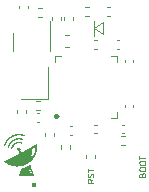
<source format=gbr>
%TF.GenerationSoftware,KiCad,Pcbnew,8.0.4-8.0.4-0~ubuntu24.04.1*%
%TF.CreationDate,2024-08-16T16:11:10+02:00*%
%TF.ProjectId,epi_ESP32 (2023_01_16 13_30_41 UTC),6570695f-4553-4503-9332-202832303233,1_1*%
%TF.SameCoordinates,Original*%
%TF.FileFunction,Legend,Top*%
%TF.FilePolarity,Positive*%
%FSLAX46Y46*%
G04 Gerber Fmt 4.6, Leading zero omitted, Abs format (unit mm)*
G04 Created by KiCad (PCBNEW 8.0.4-8.0.4-0~ubuntu24.04.1) date 2024-08-16 16:11:10*
%MOMM*%
%LPD*%
G01*
G04 APERTURE LIST*
%ADD10C,0.000000*%
%ADD11C,0.125000*%
%ADD12C,0.120000*%
%ADD13C,0.250000*%
G04 APERTURE END LIST*
D10*
G36*
X100840085Y-70815725D02*
G01*
X100870000Y-70877531D01*
X100677525Y-70875838D01*
X99973098Y-70871887D01*
X99611995Y-70869982D01*
X99502087Y-70868791D01*
X99461711Y-70867654D01*
X99461848Y-70867166D01*
X99462249Y-70866145D01*
X99463793Y-70862622D01*
X99466236Y-70857320D01*
X99469472Y-70850473D01*
X99473397Y-70842317D01*
X99477904Y-70833086D01*
X99482887Y-70823014D01*
X99488240Y-70812338D01*
X99521689Y-70743630D01*
X99555599Y-70670345D01*
X99589369Y-70593938D01*
X99622402Y-70515863D01*
X99654098Y-70437578D01*
X99683860Y-70360535D01*
X99711088Y-70286192D01*
X99735185Y-70216002D01*
X99744216Y-70188909D01*
X99784291Y-70181007D01*
X99839126Y-70169531D01*
X99892770Y-70156462D01*
X99945303Y-70141766D01*
X99996805Y-70125409D01*
X100043460Y-70108749D01*
X100341784Y-70108749D01*
X100342175Y-70112025D01*
X100343097Y-70116761D01*
X100344511Y-70122829D01*
X100348660Y-70138442D01*
X100354310Y-70157829D01*
X100361150Y-70179954D01*
X100368871Y-70203783D01*
X100377160Y-70228280D01*
X100385707Y-70252409D01*
X100410084Y-70316154D01*
X100436260Y-70378567D01*
X100463971Y-70439134D01*
X100492951Y-70497343D01*
X100522937Y-70552681D01*
X100553664Y-70604636D01*
X100584868Y-70652694D01*
X100600565Y-70675103D01*
X100616282Y-70696344D01*
X100632019Y-70716375D01*
X100648090Y-70735776D01*
X100663823Y-70753842D01*
X100678548Y-70769863D01*
X100691592Y-70783133D01*
X100697275Y-70788515D01*
X100702285Y-70792944D01*
X100706540Y-70796331D01*
X100709955Y-70798587D01*
X100712447Y-70799625D01*
X100713320Y-70799659D01*
X100713931Y-70799355D01*
X100713843Y-70798462D01*
X100713176Y-70796146D01*
X100710214Y-70787546D01*
X100705274Y-70774144D01*
X100698586Y-70756528D01*
X100680872Y-70711011D01*
X100658898Y-70655704D01*
X100613354Y-70540734D01*
X100583262Y-70463229D01*
X100558092Y-70392065D01*
X100527524Y-70300951D01*
X100497379Y-70207721D01*
X100473478Y-70130207D01*
X100457471Y-70075513D01*
X100452553Y-70059141D01*
X100449136Y-70048468D01*
X100446805Y-70042279D01*
X100445915Y-70040488D01*
X100445141Y-70039362D01*
X100444430Y-70038750D01*
X100443729Y-70038501D01*
X100442151Y-70038484D01*
X100441879Y-70038527D01*
X100441488Y-70038654D01*
X100440361Y-70039150D01*
X100438798Y-70039956D01*
X100436824Y-70041055D01*
X100431753Y-70044065D01*
X100425359Y-70048045D01*
X100417854Y-70052857D01*
X100409449Y-70058368D01*
X100400356Y-70064441D01*
X100390787Y-70070940D01*
X100372482Y-70083808D01*
X100357167Y-70094929D01*
X100351135Y-70099454D01*
X100346456Y-70103087D01*
X100343331Y-70105674D01*
X100342415Y-70106529D01*
X100341962Y-70107064D01*
X100341800Y-70107700D01*
X100341784Y-70108749D01*
X100043460Y-70108749D01*
X100047353Y-70107359D01*
X100097029Y-70087582D01*
X100145911Y-70066046D01*
X100194078Y-70042718D01*
X100228970Y-70024648D01*
X100262133Y-70006479D01*
X100293927Y-69987979D01*
X100324712Y-69968917D01*
X100354848Y-69949061D01*
X100384697Y-69928180D01*
X100414619Y-69906042D01*
X100444974Y-69882416D01*
X100459839Y-69870672D01*
X100472243Y-69861072D01*
X100480891Y-69854595D01*
X100483400Y-69852832D01*
X100484485Y-69852218D01*
X100484565Y-69852220D01*
X100484646Y-69852228D01*
X100484730Y-69852240D01*
X100484814Y-69852256D01*
X100484899Y-69852278D01*
X100484985Y-69852303D01*
X100485159Y-69852368D01*
X100485335Y-69852449D01*
X100485512Y-69852545D01*
X100485687Y-69852657D01*
X100485860Y-69852782D01*
X100486031Y-69852921D01*
X100486196Y-69853072D01*
X100486356Y-69853235D01*
X100486509Y-69853408D01*
X100486653Y-69853592D01*
X100486788Y-69853784D01*
X100486912Y-69853985D01*
X100487025Y-69854193D01*
X100491112Y-69866276D01*
X100501100Y-69897303D01*
X100515481Y-69942617D01*
X100532745Y-69997562D01*
X100576603Y-70135717D01*
X100617120Y-70258830D01*
X100655191Y-70369295D01*
X100691706Y-70469508D01*
X100727561Y-70561864D01*
X100763647Y-70648755D01*
X100800857Y-70732577D01*
X100832362Y-70799355D01*
X100840085Y-70815725D01*
G37*
G36*
X101063983Y-68469909D02*
G01*
X101060218Y-68514485D01*
X101055504Y-68561139D01*
X101049417Y-68607729D01*
X101041971Y-68654206D01*
X101033182Y-68700526D01*
X101023065Y-68746643D01*
X101011636Y-68792510D01*
X100998909Y-68838082D01*
X100984900Y-68883314D01*
X100969624Y-68928158D01*
X100953098Y-68972569D01*
X100935335Y-69016502D01*
X100916351Y-69059910D01*
X100896162Y-69102747D01*
X100874782Y-69144968D01*
X100852228Y-69186527D01*
X100828514Y-69227378D01*
X100800201Y-69272910D01*
X100771192Y-69316578D01*
X100741236Y-69358684D01*
X100710086Y-69399533D01*
X100677494Y-69439430D01*
X100643213Y-69478679D01*
X100606993Y-69517584D01*
X100568587Y-69556449D01*
X100543914Y-69580286D01*
X100519183Y-69603347D01*
X100494349Y-69625663D01*
X100469368Y-69647263D01*
X100444195Y-69668178D01*
X100418786Y-69688440D01*
X100393096Y-69708078D01*
X100367080Y-69727123D01*
X100340694Y-69745606D01*
X100313892Y-69763557D01*
X100286631Y-69781007D01*
X100258866Y-69797987D01*
X100230551Y-69814527D01*
X100201643Y-69830658D01*
X100172096Y-69846410D01*
X100141867Y-69861813D01*
X100080598Y-69890936D01*
X100019061Y-69917367D01*
X99957146Y-69941139D01*
X99926014Y-69952038D01*
X99894746Y-69962284D01*
X99863329Y-69971883D01*
X99831750Y-69980837D01*
X99799995Y-69989152D01*
X99768050Y-69996830D01*
X99735902Y-70003877D01*
X99703537Y-70010296D01*
X99638100Y-70021269D01*
X99586605Y-70027881D01*
X99533268Y-70032889D01*
X99478680Y-70036276D01*
X99423435Y-70038026D01*
X99368123Y-70038122D01*
X99313337Y-70036549D01*
X99259669Y-70033288D01*
X99207711Y-70028324D01*
X99144932Y-70019982D01*
X99082585Y-70009265D01*
X99020747Y-69996206D01*
X98959492Y-69980836D01*
X98898898Y-69963190D01*
X98839039Y-69943299D01*
X98779991Y-69921196D01*
X98721830Y-69896915D01*
X98664632Y-69870487D01*
X98608471Y-69841945D01*
X98553425Y-69811322D01*
X98499567Y-69778650D01*
X98446975Y-69743963D01*
X98395723Y-69707293D01*
X98345888Y-69668672D01*
X98297545Y-69628133D01*
X98293009Y-69624155D01*
X98288778Y-69620328D01*
X98284944Y-69616753D01*
X98281599Y-69613528D01*
X98278836Y-69610753D01*
X98276748Y-69608528D01*
X98275428Y-69606950D01*
X98275084Y-69606435D01*
X98274967Y-69606120D01*
X98275875Y-69605380D01*
X98278538Y-69603724D01*
X98288774Y-69597852D01*
X98326367Y-69577227D01*
X98382004Y-69547343D01*
X98449945Y-69511293D01*
X98513924Y-69477427D01*
X100424089Y-69477427D01*
X100424124Y-69478037D01*
X100424229Y-69478544D01*
X100424309Y-69478758D01*
X100424409Y-69478944D01*
X100424527Y-69479104D01*
X100424666Y-69479236D01*
X100424824Y-69479339D01*
X100425003Y-69479415D01*
X100425203Y-69479462D01*
X100425425Y-69479479D01*
X100425668Y-69479467D01*
X100425933Y-69479426D01*
X100426532Y-69479252D01*
X100427224Y-69478955D01*
X100428013Y-69478532D01*
X100428902Y-69477981D01*
X100429893Y-69477298D01*
X100430991Y-69476480D01*
X100432199Y-69475525D01*
X100433519Y-69474431D01*
X100434955Y-69473193D01*
X100436510Y-69471810D01*
X100438187Y-69470279D01*
X100439990Y-69468597D01*
X100441921Y-69466761D01*
X100446182Y-69462615D01*
X100450997Y-69457821D01*
X100456391Y-69452355D01*
X100462389Y-69446196D01*
X100469017Y-69439321D01*
X100476300Y-69431707D01*
X100520125Y-69384102D01*
X100561639Y-69335903D01*
X100600842Y-69287111D01*
X100637731Y-69237727D01*
X100672305Y-69187754D01*
X100704563Y-69137191D01*
X100734502Y-69086040D01*
X100762121Y-69034302D01*
X100787418Y-68981980D01*
X100810392Y-68929073D01*
X100831041Y-68875583D01*
X100849363Y-68821511D01*
X100865357Y-68766859D01*
X100879020Y-68711628D01*
X100890352Y-68655819D01*
X100899351Y-68599433D01*
X100903467Y-68567311D01*
X100906879Y-68535126D01*
X100909516Y-68504218D01*
X100911310Y-68475926D01*
X100912192Y-68451589D01*
X100912091Y-68432547D01*
X100911651Y-68425431D01*
X100910938Y-68420140D01*
X100909946Y-68416843D01*
X100909342Y-68415994D01*
X100908665Y-68415707D01*
X100907699Y-68416045D01*
X100905584Y-68417037D01*
X100898152Y-68420848D01*
X100872187Y-68434827D01*
X100834687Y-68455473D01*
X100789567Y-68480618D01*
X100744328Y-68506177D01*
X100706840Y-68527608D01*
X100680942Y-68542689D01*
X100670469Y-68549198D01*
X100670283Y-68549476D01*
X100670096Y-68549887D01*
X100669716Y-68551102D01*
X100669332Y-68552832D01*
X100668943Y-68555067D01*
X100668552Y-68557796D01*
X100668157Y-68561010D01*
X100667365Y-68568847D01*
X100666572Y-68578498D01*
X100665786Y-68589877D01*
X100665013Y-68602904D01*
X100664260Y-68617496D01*
X100659023Y-68696148D01*
X100651199Y-68771315D01*
X100646244Y-68807925D01*
X100640557Y-68844062D01*
X100634107Y-68879860D01*
X100626866Y-68915452D01*
X100618804Y-68950971D01*
X100609894Y-68986551D01*
X100600105Y-69022324D01*
X100589410Y-69058424D01*
X100565181Y-69132135D01*
X100536978Y-69208751D01*
X100520106Y-69250710D01*
X100495774Y-69309258D01*
X100468477Y-69373573D01*
X100442716Y-69432836D01*
X100435519Y-69449368D01*
X100429592Y-69463280D01*
X100425571Y-69473118D01*
X100424473Y-69476055D01*
X100424089Y-69477427D01*
X98513924Y-69477427D01*
X99373058Y-69022661D01*
X99600000Y-68900000D01*
X99599821Y-68899341D01*
X99599296Y-68898024D01*
X99597275Y-68893557D01*
X99594077Y-68886888D01*
X99589840Y-68878304D01*
X99584704Y-68868093D01*
X99578807Y-68856542D01*
X99572288Y-68843940D01*
X99565287Y-68830573D01*
X99545624Y-68793386D01*
X99539088Y-68781564D01*
X99534137Y-68773318D01*
X99532111Y-68770315D01*
X99530309Y-68767942D01*
X99528674Y-68766110D01*
X99527147Y-68764732D01*
X99525672Y-68763719D01*
X99524190Y-68762984D01*
X99520978Y-68761993D01*
X99512499Y-68759897D01*
X99504502Y-68757722D01*
X99496952Y-68755450D01*
X99489814Y-68753064D01*
X99483056Y-68750543D01*
X99476642Y-68747870D01*
X99470538Y-68745025D01*
X99464710Y-68741991D01*
X99459123Y-68738748D01*
X99453743Y-68735279D01*
X99448537Y-68731564D01*
X99443468Y-68727584D01*
X99438504Y-68723322D01*
X99433610Y-68718759D01*
X99428751Y-68713875D01*
X99423894Y-68708653D01*
X99418638Y-68702564D01*
X99413720Y-68696266D01*
X99409140Y-68689775D01*
X99404897Y-68683107D01*
X99400992Y-68676278D01*
X99397424Y-68669304D01*
X99394194Y-68662202D01*
X99391301Y-68654987D01*
X99388747Y-68647675D01*
X99386530Y-68640283D01*
X99384651Y-68632825D01*
X99383110Y-68625320D01*
X99381907Y-68617781D01*
X99381041Y-68610226D01*
X99380514Y-68602670D01*
X99380325Y-68595129D01*
X99380475Y-68587620D01*
X99380962Y-68580159D01*
X99381788Y-68572761D01*
X99382952Y-68565442D01*
X99384454Y-68558219D01*
X99386295Y-68551107D01*
X99388475Y-68544123D01*
X99390993Y-68537283D01*
X99393849Y-68530602D01*
X99397044Y-68524096D01*
X99400578Y-68517783D01*
X99404451Y-68511677D01*
X99408662Y-68505794D01*
X99413212Y-68500151D01*
X99418101Y-68494764D01*
X99423329Y-68489649D01*
X99428176Y-68485356D01*
X99433090Y-68481363D01*
X99438080Y-68477668D01*
X99443155Y-68474268D01*
X99448323Y-68471158D01*
X99453591Y-68468337D01*
X99458968Y-68465799D01*
X99464463Y-68463543D01*
X99470083Y-68461565D01*
X99475838Y-68459861D01*
X99481734Y-68458429D01*
X99487782Y-68457264D01*
X99493987Y-68456364D01*
X99500360Y-68455725D01*
X99506908Y-68455344D01*
X99513640Y-68455218D01*
X99519978Y-68455398D01*
X99526287Y-68455881D01*
X99532559Y-68456660D01*
X99538786Y-68457730D01*
X99544961Y-68459083D01*
X99551076Y-68460714D01*
X99557123Y-68462616D01*
X99563095Y-68464782D01*
X99568984Y-68467207D01*
X99574782Y-68469885D01*
X99586075Y-68475969D01*
X99596912Y-68482986D01*
X99607232Y-68490884D01*
X99616973Y-68499611D01*
X99626074Y-68509118D01*
X99634473Y-68519354D01*
X99642109Y-68530267D01*
X99648919Y-68541807D01*
X99651995Y-68547796D01*
X99654842Y-68553922D01*
X99657452Y-68560180D01*
X99659817Y-68566563D01*
X99661930Y-68573064D01*
X99663782Y-68579678D01*
X99665281Y-68586193D01*
X99666499Y-68592905D01*
X99667439Y-68599774D01*
X99668104Y-68606758D01*
X99668498Y-68613816D01*
X99668624Y-68620908D01*
X99668486Y-68627993D01*
X99668086Y-68635029D01*
X99667429Y-68641975D01*
X99666516Y-68648792D01*
X99665353Y-68655437D01*
X99663941Y-68661871D01*
X99662285Y-68668051D01*
X99660387Y-68673937D01*
X99658251Y-68679489D01*
X99655880Y-68684664D01*
X99655312Y-68685794D01*
X99654772Y-68686955D01*
X99654262Y-68688138D01*
X99653786Y-68689334D01*
X99653344Y-68690536D01*
X99652938Y-68691734D01*
X99652572Y-68692919D01*
X99652247Y-68694084D01*
X99651964Y-68695218D01*
X99651727Y-68696314D01*
X99651537Y-68697363D01*
X99651395Y-68698357D01*
X99651306Y-68699285D01*
X99651269Y-68700141D01*
X99651288Y-68700915D01*
X99651365Y-68701598D01*
X99652356Y-68704784D01*
X99654676Y-68710299D01*
X99662561Y-68726918D01*
X99673535Y-68748657D01*
X99686113Y-68772718D01*
X99698810Y-68796302D01*
X99710142Y-68816612D01*
X99718622Y-68830850D01*
X99721329Y-68834818D01*
X99722767Y-68836218D01*
X99758565Y-68818054D01*
X99853365Y-68768590D01*
X100162187Y-68605924D01*
X101045825Y-68138564D01*
X101046440Y-68138270D01*
X101047017Y-68138023D01*
X101047557Y-68137822D01*
X101048060Y-68137669D01*
X101048529Y-68137564D01*
X101048751Y-68137530D01*
X101048965Y-68137508D01*
X101049171Y-68137498D01*
X101049368Y-68137500D01*
X101049558Y-68137515D01*
X101049740Y-68137541D01*
X101049915Y-68137581D01*
X101050083Y-68137632D01*
X101050243Y-68137697D01*
X101050397Y-68137773D01*
X101050544Y-68137863D01*
X101050684Y-68137965D01*
X101050817Y-68138080D01*
X101050944Y-68138207D01*
X101051065Y-68138348D01*
X101051180Y-68138501D01*
X101051289Y-68138667D01*
X101051392Y-68138846D01*
X101051490Y-68139038D01*
X101051582Y-68139244D01*
X101051751Y-68139693D01*
X101052207Y-68141555D01*
X101052720Y-68144241D01*
X101053894Y-68151838D01*
X101055214Y-68161988D01*
X101056620Y-68174195D01*
X101058052Y-68187963D01*
X101059451Y-68202796D01*
X101060757Y-68218199D01*
X101061911Y-68233673D01*
X101064839Y-68271103D01*
X101067556Y-68301971D01*
X101069162Y-68319692D01*
X101069732Y-68328435D01*
X101070140Y-68337319D01*
X101070379Y-68346508D01*
X101070443Y-68356164D01*
X101070327Y-68366453D01*
X101070025Y-68377536D01*
X101068840Y-68402744D01*
X101066841Y-68433099D01*
X101065405Y-68451589D01*
X101063983Y-68469909D01*
G37*
G36*
X99571063Y-67948169D02*
G01*
X99587300Y-67949193D01*
X99607662Y-67951048D01*
X99627111Y-67953237D01*
X99645740Y-67955776D01*
X99663641Y-67958683D01*
X99680908Y-67961973D01*
X99697631Y-67965664D01*
X99713906Y-67969771D01*
X99729822Y-67974311D01*
X99741928Y-67978158D01*
X99755231Y-67982703D01*
X99768865Y-67987611D01*
X99781963Y-67992550D01*
X99793659Y-67997184D01*
X99803086Y-68001179D01*
X99809377Y-68004203D01*
X99811076Y-68005246D01*
X99811667Y-68005920D01*
X99810185Y-68011212D01*
X99806269Y-68023594D01*
X99794310Y-68060107D01*
X99782139Y-68096407D01*
X99776107Y-68113447D01*
X99776015Y-68113484D01*
X99775845Y-68113490D01*
X99775282Y-68113413D01*
X99774433Y-68113221D01*
X99773316Y-68112917D01*
X99770337Y-68111998D01*
X99766476Y-68110695D01*
X99761861Y-68109048D01*
X99756620Y-68107097D01*
X99750884Y-68104881D01*
X99744780Y-68102440D01*
X99731700Y-68097488D01*
X99719301Y-68093144D01*
X99707206Y-68089303D01*
X99695039Y-68085859D01*
X99682421Y-68082706D01*
X99668977Y-68079739D01*
X99654329Y-68076850D01*
X99638100Y-68073935D01*
X99620102Y-68071401D01*
X99599524Y-68069323D01*
X99577279Y-68067734D01*
X99554280Y-68066668D01*
X99531440Y-68066158D01*
X99509671Y-68066236D01*
X99489887Y-68066936D01*
X99473000Y-68068291D01*
X99432397Y-68074462D01*
X99393048Y-68083438D01*
X99354976Y-68095199D01*
X99318206Y-68109725D01*
X99282760Y-68126995D01*
X99248662Y-68146991D01*
X99215935Y-68169693D01*
X99184604Y-68195079D01*
X99154692Y-68223132D01*
X99126222Y-68253830D01*
X99099219Y-68287154D01*
X99073704Y-68323085D01*
X99049703Y-68361602D01*
X99027238Y-68402685D01*
X99006334Y-68446315D01*
X98987013Y-68492471D01*
X98983455Y-68501437D01*
X98980033Y-68509797D01*
X98976829Y-68517370D01*
X98973925Y-68523974D01*
X98971406Y-68529427D01*
X98969353Y-68533548D01*
X98967848Y-68536153D01*
X98967328Y-68536831D01*
X98966976Y-68537062D01*
X98964369Y-68536665D01*
X98959812Y-68535541D01*
X98946016Y-68531506D01*
X98927928Y-68525751D01*
X98907886Y-68519071D01*
X98888226Y-68512258D01*
X98871289Y-68506106D01*
X98859412Y-68501410D01*
X98856102Y-68499855D01*
X98854934Y-68498962D01*
X98855111Y-68497519D01*
X98855628Y-68495246D01*
X98857575Y-68488494D01*
X98860574Y-68479267D01*
X98864423Y-68468129D01*
X98868921Y-68455642D01*
X98873864Y-68442368D01*
X98879053Y-68428869D01*
X98884284Y-68415707D01*
X98899644Y-68380788D01*
X98916778Y-68346675D01*
X98935608Y-68313444D01*
X98956057Y-68281175D01*
X98978048Y-68249944D01*
X99001502Y-68219829D01*
X99026341Y-68190908D01*
X99052489Y-68163259D01*
X99079867Y-68136959D01*
X99108398Y-68112086D01*
X99138003Y-68088718D01*
X99168606Y-68066933D01*
X99200128Y-68046808D01*
X99232492Y-68028421D01*
X99265620Y-68011849D01*
X99299434Y-67997171D01*
X99316662Y-67990555D01*
X99334329Y-67984367D01*
X99352361Y-67978620D01*
X99370686Y-67973323D01*
X99389233Y-67968490D01*
X99407929Y-67964131D01*
X99426703Y-67960259D01*
X99445483Y-67956884D01*
X99464197Y-67954018D01*
X99482773Y-67951674D01*
X99501139Y-67949862D01*
X99519223Y-67948593D01*
X99536953Y-67947881D01*
X99554257Y-67947736D01*
X99571063Y-67948169D01*
G37*
G36*
X99578180Y-67624062D02*
G01*
X99604234Y-67625484D01*
X99629746Y-67627949D01*
X99655933Y-67631283D01*
X99682517Y-67635431D01*
X99709220Y-67640336D01*
X99735765Y-67645943D01*
X99761872Y-67652194D01*
X99787266Y-67659034D01*
X99811667Y-67666407D01*
X99827259Y-67671646D01*
X99843271Y-67677422D01*
X99858959Y-67683423D01*
X99873579Y-67689337D01*
X99886387Y-67694855D01*
X99896638Y-67699665D01*
X99903588Y-67703456D01*
X99905593Y-67704873D01*
X99906494Y-67705918D01*
X99906299Y-67707594D01*
X99905357Y-67711367D01*
X99901634Y-67724002D01*
X99889631Y-67761269D01*
X99876887Y-67798588D01*
X99872238Y-67811290D01*
X99870694Y-67815105D01*
X99869805Y-67816831D01*
X99869681Y-67816865D01*
X99869470Y-67816862D01*
X99868796Y-67816748D01*
X99867801Y-67816496D01*
X99866502Y-67816112D01*
X99863063Y-67814981D01*
X99858622Y-67813409D01*
X99853321Y-67811454D01*
X99847302Y-67809171D01*
X99840708Y-67806618D01*
X99833680Y-67803849D01*
X99808300Y-67794050D01*
X99782758Y-67785080D01*
X99757074Y-67776944D01*
X99731264Y-67769643D01*
X99705347Y-67763180D01*
X99679340Y-67757558D01*
X99653262Y-67752781D01*
X99627129Y-67748851D01*
X99600960Y-67745771D01*
X99574772Y-67743543D01*
X99548583Y-67742172D01*
X99522411Y-67741659D01*
X99496274Y-67742007D01*
X99470190Y-67743220D01*
X99444175Y-67745301D01*
X99418249Y-67748251D01*
X99355722Y-67758946D01*
X99294616Y-67774319D01*
X99235094Y-67794227D01*
X99177320Y-67818524D01*
X99121457Y-67847069D01*
X99067670Y-67879716D01*
X99016121Y-67916322D01*
X98966976Y-67956743D01*
X98920397Y-68000835D01*
X98876548Y-68048454D01*
X98835593Y-68099457D01*
X98797695Y-68153699D01*
X98763019Y-68211036D01*
X98731728Y-68271326D01*
X98703986Y-68334423D01*
X98679956Y-68400184D01*
X98675176Y-68414525D01*
X98670925Y-68426643D01*
X98667732Y-68435268D01*
X98666698Y-68437874D01*
X98666127Y-68439131D01*
X98665570Y-68439289D01*
X98664454Y-68439243D01*
X98660693Y-68438586D01*
X98648109Y-68435356D01*
X98630775Y-68430221D01*
X98611093Y-68423962D01*
X98591465Y-68417358D01*
X98574290Y-68411191D01*
X98561970Y-68406241D01*
X98558381Y-68404467D01*
X98557361Y-68403797D01*
X98556907Y-68403289D01*
X98556613Y-68401670D01*
X98556675Y-68399327D01*
X98557804Y-68392612D01*
X98560174Y-68383441D01*
X98563662Y-68372112D01*
X98573516Y-68344164D01*
X98586399Y-68311143D01*
X98601346Y-68275423D01*
X98617391Y-68239379D01*
X98633568Y-68205386D01*
X98641404Y-68189900D01*
X98648911Y-68175818D01*
X98679544Y-68123497D01*
X98712628Y-68073273D01*
X98748048Y-68025232D01*
X98785688Y-67979457D01*
X98825433Y-67936036D01*
X98867168Y-67895053D01*
X98910777Y-67856595D01*
X98956145Y-67820747D01*
X99003158Y-67787594D01*
X99051698Y-67757222D01*
X99101652Y-67729717D01*
X99152903Y-67705164D01*
X99205336Y-67683648D01*
X99258837Y-67665256D01*
X99313289Y-67650073D01*
X99368578Y-67638184D01*
X99395558Y-67633865D01*
X99424925Y-67630247D01*
X99455841Y-67627370D01*
X99487464Y-67625273D01*
X99518955Y-67623996D01*
X99549474Y-67623579D01*
X99578180Y-67624062D01*
G37*
G36*
X99537882Y-67264790D02*
G01*
X99552402Y-67265272D01*
X99565374Y-67266031D01*
X99576011Y-67267062D01*
X99580193Y-67267640D01*
X99585602Y-67268301D01*
X99599189Y-67269779D01*
X99614945Y-67271309D01*
X99631045Y-67272707D01*
X99675331Y-67277488D01*
X99720011Y-67284181D01*
X99764896Y-67292739D01*
X99809797Y-67303116D01*
X99854527Y-67315266D01*
X99898896Y-67329142D01*
X99942716Y-67344699D01*
X99985798Y-67361889D01*
X99992112Y-67364616D01*
X99997519Y-67367092D01*
X100002040Y-67369330D01*
X100003974Y-67370364D01*
X100005695Y-67371343D01*
X100007203Y-67372270D01*
X100008503Y-67373145D01*
X100009595Y-67373970D01*
X100010484Y-67374748D01*
X100011170Y-67375479D01*
X100011658Y-67376165D01*
X100011948Y-67376809D01*
X100012045Y-67377411D01*
X100010379Y-67383874D01*
X100005968Y-67397947D01*
X99992430Y-67438618D01*
X99978469Y-67478813D01*
X99973529Y-67492290D01*
X99971122Y-67497920D01*
X99971034Y-67497983D01*
X99970877Y-67498013D01*
X99970652Y-67498012D01*
X99970362Y-67497980D01*
X99969592Y-67497827D01*
X99968582Y-67497558D01*
X99967348Y-67497181D01*
X99965903Y-67496700D01*
X99962444Y-67495451D01*
X99958323Y-67493858D01*
X99953660Y-67491967D01*
X99948573Y-67489825D01*
X99943182Y-67487478D01*
X99913697Y-67475177D01*
X99882822Y-67463524D01*
X99850889Y-67452612D01*
X99818229Y-67442534D01*
X99785171Y-67433382D01*
X99752047Y-67425248D01*
X99719188Y-67418225D01*
X99686925Y-67412407D01*
X99645887Y-67406839D01*
X99602990Y-67402842D01*
X99558863Y-67400426D01*
X99514134Y-67399601D01*
X99469432Y-67400376D01*
X99425384Y-67402763D01*
X99382620Y-67406769D01*
X99361915Y-67409384D01*
X99341767Y-67412407D01*
X99299037Y-67420119D01*
X99256598Y-67429485D01*
X99214491Y-67440484D01*
X99172755Y-67453095D01*
X99131432Y-67467299D01*
X99090560Y-67483075D01*
X99050180Y-67500403D01*
X99010332Y-67519263D01*
X98971056Y-67539634D01*
X98932393Y-67561497D01*
X98894382Y-67584830D01*
X98857063Y-67609614D01*
X98820477Y-67635828D01*
X98784664Y-67663453D01*
X98749663Y-67692467D01*
X98715516Y-67722851D01*
X98685271Y-67751661D01*
X98655938Y-67781550D01*
X98627539Y-67812479D01*
X98600100Y-67844410D01*
X98573645Y-67877302D01*
X98548198Y-67911119D01*
X98523784Y-67945820D01*
X98500427Y-67981367D01*
X98478152Y-68017721D01*
X98456982Y-68054843D01*
X98436943Y-68092694D01*
X98418058Y-68131236D01*
X98400352Y-68170429D01*
X98383850Y-68210235D01*
X98368576Y-68250614D01*
X98354554Y-68291529D01*
X98344323Y-68322750D01*
X98341060Y-68332526D01*
X98340076Y-68335296D01*
X98339596Y-68336402D01*
X98334453Y-68335090D01*
X98321423Y-68331093D01*
X98282269Y-68318481D01*
X98243274Y-68305446D01*
X98230442Y-68300919D01*
X98226849Y-68299530D01*
X98225578Y-68298867D01*
X98226870Y-68294796D01*
X98230411Y-68284085D01*
X98235698Y-68268347D01*
X98242229Y-68249196D01*
X98259807Y-68199275D01*
X98278869Y-68150290D01*
X98299394Y-68102277D01*
X98321357Y-68055274D01*
X98344736Y-68009315D01*
X98369507Y-67964438D01*
X98395647Y-67920678D01*
X98423134Y-67878073D01*
X98441815Y-67850882D01*
X98461221Y-67824043D01*
X98481324Y-67797585D01*
X98502094Y-67771534D01*
X98523502Y-67745921D01*
X98545520Y-67720772D01*
X98568118Y-67696116D01*
X98591267Y-67671980D01*
X98614939Y-67648394D01*
X98639105Y-67625385D01*
X98663735Y-67602981D01*
X98688802Y-67581211D01*
X98714274Y-67560102D01*
X98740125Y-67539682D01*
X98766325Y-67519981D01*
X98792845Y-67501025D01*
X98827901Y-67477581D01*
X98863803Y-67455214D01*
X98900468Y-67433955D01*
X98937814Y-67413835D01*
X98975761Y-67394887D01*
X99014226Y-67377140D01*
X99053129Y-67360627D01*
X99092388Y-67345379D01*
X99131922Y-67331427D01*
X99171648Y-67318804D01*
X99211486Y-67307539D01*
X99251354Y-67297666D01*
X99291171Y-67289214D01*
X99330856Y-67282216D01*
X99370326Y-67276703D01*
X99409500Y-67272707D01*
X99426473Y-67271304D01*
X99443473Y-67269743D01*
X99458514Y-67268182D01*
X99469613Y-67266780D01*
X99480066Y-67265773D01*
X99492906Y-67265078D01*
X99507346Y-67264686D01*
X99522601Y-67264593D01*
X99537882Y-67264790D01*
G37*
D11*
X109970404Y-70733835D02*
X109994214Y-70662407D01*
X109994214Y-70662407D02*
X110018023Y-70638597D01*
X110018023Y-70638597D02*
X110065642Y-70614788D01*
X110065642Y-70614788D02*
X110137071Y-70614788D01*
X110137071Y-70614788D02*
X110184690Y-70638597D01*
X110184690Y-70638597D02*
X110208500Y-70662407D01*
X110208500Y-70662407D02*
X110232309Y-70710026D01*
X110232309Y-70710026D02*
X110232309Y-70900502D01*
X110232309Y-70900502D02*
X109732309Y-70900502D01*
X109732309Y-70900502D02*
X109732309Y-70733835D01*
X109732309Y-70733835D02*
X109756119Y-70686216D01*
X109756119Y-70686216D02*
X109779928Y-70662407D01*
X109779928Y-70662407D02*
X109827547Y-70638597D01*
X109827547Y-70638597D02*
X109875166Y-70638597D01*
X109875166Y-70638597D02*
X109922785Y-70662407D01*
X109922785Y-70662407D02*
X109946595Y-70686216D01*
X109946595Y-70686216D02*
X109970404Y-70733835D01*
X109970404Y-70733835D02*
X109970404Y-70900502D01*
X109732309Y-70305264D02*
X109732309Y-70210026D01*
X109732309Y-70210026D02*
X109756119Y-70162407D01*
X109756119Y-70162407D02*
X109803738Y-70114788D01*
X109803738Y-70114788D02*
X109898976Y-70090978D01*
X109898976Y-70090978D02*
X110065642Y-70090978D01*
X110065642Y-70090978D02*
X110160880Y-70114788D01*
X110160880Y-70114788D02*
X110208500Y-70162407D01*
X110208500Y-70162407D02*
X110232309Y-70210026D01*
X110232309Y-70210026D02*
X110232309Y-70305264D01*
X110232309Y-70305264D02*
X110208500Y-70352883D01*
X110208500Y-70352883D02*
X110160880Y-70400502D01*
X110160880Y-70400502D02*
X110065642Y-70424311D01*
X110065642Y-70424311D02*
X109898976Y-70424311D01*
X109898976Y-70424311D02*
X109803738Y-70400502D01*
X109803738Y-70400502D02*
X109756119Y-70352883D01*
X109756119Y-70352883D02*
X109732309Y-70305264D01*
X109732309Y-69781454D02*
X109732309Y-69686216D01*
X109732309Y-69686216D02*
X109756119Y-69638597D01*
X109756119Y-69638597D02*
X109803738Y-69590978D01*
X109803738Y-69590978D02*
X109898976Y-69567168D01*
X109898976Y-69567168D02*
X110065642Y-69567168D01*
X110065642Y-69567168D02*
X110160880Y-69590978D01*
X110160880Y-69590978D02*
X110208500Y-69638597D01*
X110208500Y-69638597D02*
X110232309Y-69686216D01*
X110232309Y-69686216D02*
X110232309Y-69781454D01*
X110232309Y-69781454D02*
X110208500Y-69829073D01*
X110208500Y-69829073D02*
X110160880Y-69876692D01*
X110160880Y-69876692D02*
X110065642Y-69900501D01*
X110065642Y-69900501D02*
X109898976Y-69900501D01*
X109898976Y-69900501D02*
X109803738Y-69876692D01*
X109803738Y-69876692D02*
X109756119Y-69829073D01*
X109756119Y-69829073D02*
X109732309Y-69781454D01*
X109732309Y-69424310D02*
X109732309Y-69138596D01*
X110232309Y-69281453D02*
X109732309Y-69281453D01*
X105832309Y-71113002D02*
X105594214Y-71279668D01*
X105832309Y-71398716D02*
X105332309Y-71398716D01*
X105332309Y-71398716D02*
X105332309Y-71208240D01*
X105332309Y-71208240D02*
X105356119Y-71160621D01*
X105356119Y-71160621D02*
X105379928Y-71136811D01*
X105379928Y-71136811D02*
X105427547Y-71113002D01*
X105427547Y-71113002D02*
X105498976Y-71113002D01*
X105498976Y-71113002D02*
X105546595Y-71136811D01*
X105546595Y-71136811D02*
X105570404Y-71160621D01*
X105570404Y-71160621D02*
X105594214Y-71208240D01*
X105594214Y-71208240D02*
X105594214Y-71398716D01*
X105808500Y-70922525D02*
X105832309Y-70851097D01*
X105832309Y-70851097D02*
X105832309Y-70732049D01*
X105832309Y-70732049D02*
X105808500Y-70684430D01*
X105808500Y-70684430D02*
X105784690Y-70660621D01*
X105784690Y-70660621D02*
X105737071Y-70636811D01*
X105737071Y-70636811D02*
X105689452Y-70636811D01*
X105689452Y-70636811D02*
X105641833Y-70660621D01*
X105641833Y-70660621D02*
X105618023Y-70684430D01*
X105618023Y-70684430D02*
X105594214Y-70732049D01*
X105594214Y-70732049D02*
X105570404Y-70827287D01*
X105570404Y-70827287D02*
X105546595Y-70874906D01*
X105546595Y-70874906D02*
X105522785Y-70898716D01*
X105522785Y-70898716D02*
X105475166Y-70922525D01*
X105475166Y-70922525D02*
X105427547Y-70922525D01*
X105427547Y-70922525D02*
X105379928Y-70898716D01*
X105379928Y-70898716D02*
X105356119Y-70874906D01*
X105356119Y-70874906D02*
X105332309Y-70827287D01*
X105332309Y-70827287D02*
X105332309Y-70708240D01*
X105332309Y-70708240D02*
X105356119Y-70636811D01*
X105332309Y-70493954D02*
X105332309Y-70208240D01*
X105832309Y-70351097D02*
X105332309Y-70351097D01*
D12*
%TO.C,U1*%
X102610036Y-60690000D02*
X103085036Y-60690000D01*
X102610036Y-61165000D02*
X102610036Y-60690000D01*
X107830036Y-60690000D02*
X107355036Y-60690000D01*
X107830036Y-61165000D02*
X107830036Y-60690000D01*
X107830036Y-65435000D02*
X107830036Y-65910000D01*
X107830036Y-65910000D02*
X107355036Y-65910000D01*
D13*
X102845036Y-65800000D02*
G75*
G02*
X102595036Y-65800000I-125000J0D01*
G01*
X102595036Y-65800000D02*
G75*
G02*
X102845036Y-65800000I125000J0D01*
G01*
D12*
%TO.C,C13*%
X108490000Y-60992164D02*
X108490000Y-61207836D01*
X109210000Y-60992164D02*
X109210000Y-61207836D01*
%TO.C,RV2*%
X102320000Y-57653641D02*
X102320000Y-57346359D01*
X103080000Y-57653641D02*
X103080000Y-57346359D01*
%TO.C,R5*%
X105423677Y-56520000D02*
X105116395Y-56520000D01*
X105423677Y-57280000D02*
X105116395Y-57280000D01*
%TO.C,Y1*%
X99700000Y-64350000D02*
X102000000Y-64350000D01*
X102000000Y-64350000D02*
X102000000Y-61650000D01*
%TO.C,C2*%
X108007836Y-59340000D02*
X107792164Y-59340000D01*
X108007836Y-60060000D02*
X107792164Y-60060000D01*
%TO.C,C7*%
X108490000Y-65007836D02*
X108490000Y-64792164D01*
X109210000Y-65007836D02*
X109210000Y-64792164D01*
%TO.C,R2*%
X100996359Y-64520000D02*
X101303641Y-64520000D01*
X100996359Y-65280000D02*
X101303641Y-65280000D01*
%TO.C,RV1*%
X106966395Y-56520000D02*
X107273677Y-56520000D01*
X106966395Y-57280000D02*
X107273677Y-57280000D01*
%TO.C,C4*%
X101232836Y-65540000D02*
X101017164Y-65540000D01*
X101232836Y-66260000D02*
X101017164Y-66260000D01*
%TO.C,L1*%
X103090036Y-68246359D02*
X103090036Y-68553641D01*
X103850036Y-68246359D02*
X103850036Y-68553641D01*
%TO.C,C1*%
X101740000Y-67457836D02*
X101740000Y-67242164D01*
X102460000Y-67457836D02*
X102460000Y-67242164D01*
%TO.C,C11*%
X108427872Y-66515000D02*
X108212200Y-66515000D01*
X108427872Y-67235000D02*
X108212200Y-67235000D01*
%TO.C,C10*%
X103740580Y-58890000D02*
X103459420Y-58890000D01*
X103740580Y-59910000D02*
X103459420Y-59910000D01*
%TO.C,R4*%
X101473677Y-56620000D02*
X101166395Y-56620000D01*
X101473677Y-57380000D02*
X101166395Y-57380000D01*
%TO.C,C3*%
X99390000Y-65507836D02*
X99390000Y-65292164D01*
X100110000Y-65507836D02*
X100110000Y-65292164D01*
%TO.C,C8*%
X105240000Y-69307836D02*
X105240000Y-69092164D01*
X105960000Y-69307836D02*
X105960000Y-69092164D01*
%TO.C,R6*%
X108473677Y-67420000D02*
X108166395Y-67420000D01*
X108473677Y-68180000D02*
X108166395Y-68180000D01*
%TO.C,C6*%
X104057872Y-66640000D02*
X103842200Y-66640000D01*
X104057872Y-67360000D02*
X103842200Y-67360000D01*
%TO.C,U2*%
X99040000Y-59500000D02*
X99040000Y-58700000D01*
X99040000Y-59500000D02*
X99040000Y-60300000D01*
X102160000Y-59500000D02*
X102160000Y-57700000D01*
X102160000Y-59500000D02*
X102160000Y-60300000D01*
%TO.C,D1*%
X105870036Y-57697500D02*
X105870036Y-58947500D01*
X105870036Y-58322500D02*
X106670036Y-57800000D01*
X106670036Y-57800000D02*
X106670036Y-58800000D01*
X106670036Y-58800000D02*
X105870036Y-58322500D01*
%TO.C,RV3*%
X103320000Y-57653641D02*
X103320000Y-57346359D01*
X104080000Y-57653641D02*
X104080000Y-57346359D01*
%TO.C,C5*%
X106107836Y-66515000D02*
X105892164Y-66515000D01*
X106107836Y-67235000D02*
X105892164Y-67235000D01*
%TO.C,AE1*%
G36*
X100940036Y-71750000D02*
G01*
X100640036Y-71750000D01*
X100640036Y-71450000D01*
X100940036Y-71450000D01*
X100940036Y-71750000D01*
G37*
%TO.C,C9*%
X99540000Y-56412164D02*
X99540000Y-56627836D01*
X100260000Y-56412164D02*
X100260000Y-56627836D01*
%TO.C,C12*%
X106127836Y-59340000D02*
X105912164Y-59340000D01*
X106127836Y-60060000D02*
X105912164Y-60060000D01*
%TD*%
M02*

</source>
